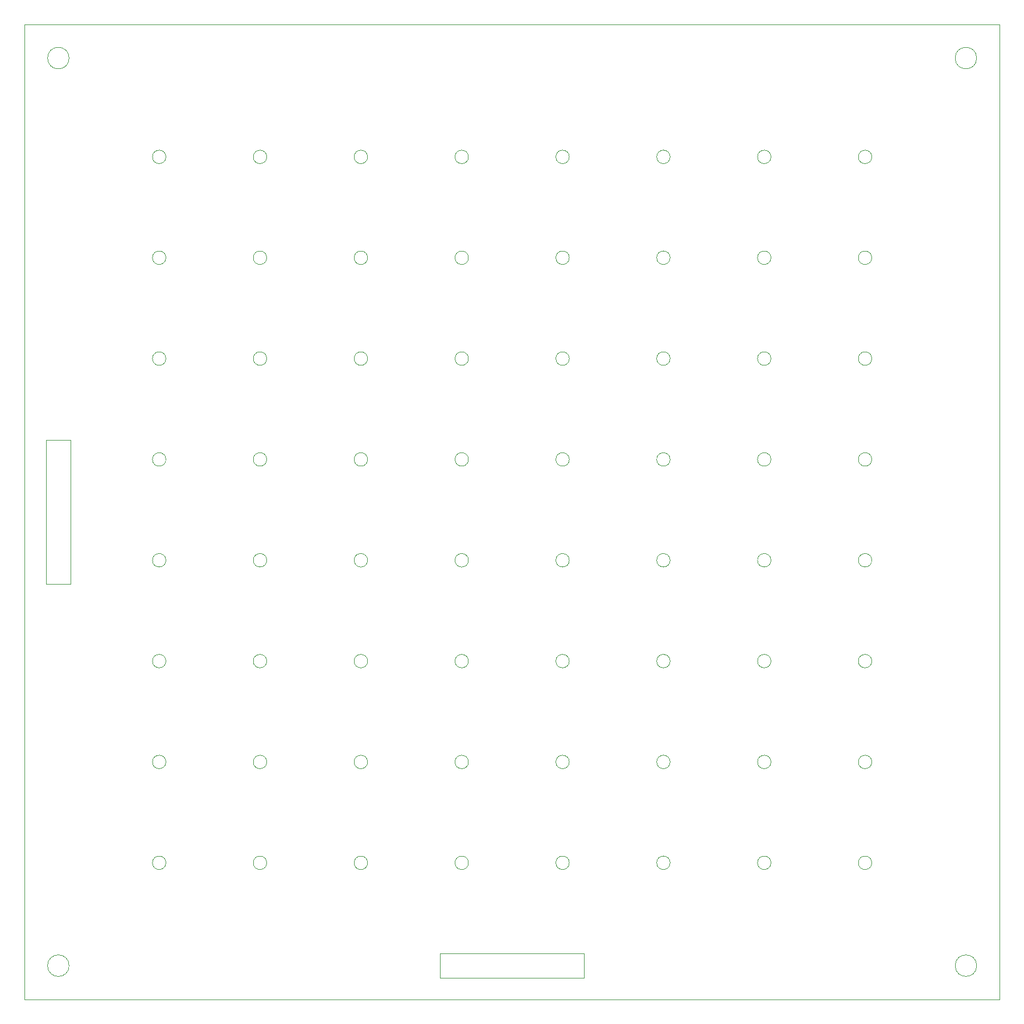
<source format=gm1>
G04 #@! TF.GenerationSoftware,KiCad,Pcbnew,(5.1.5)-3*
G04 #@! TF.CreationDate,2021-01-07T19:15:07+01:00*
G04 #@! TF.ProjectId,haptic display 8x8 aisler,68617074-6963-4206-9469-73706c617920,rev?*
G04 #@! TF.SameCoordinates,Original*
G04 #@! TF.FileFunction,Profile,NP*
%FSLAX46Y46*%
G04 Gerber Fmt 4.6, Leading zero omitted, Abs format (unit mm)*
G04 Created by KiCad (PCBNEW (5.1.5)-3) date 2021-01-07 19:15:07*
%MOMM*%
%LPD*%
G04 APERTURE LIST*
%ADD10C,0.100000*%
G04 APERTURE END LIST*
D10*
X156000000Y-154700000D02*
G75*
G03X156000000Y-154700000I-1000000J0D01*
G01*
X141000000Y-154700000D02*
G75*
G03X141000000Y-154700000I-1000000J0D01*
G01*
X126000000Y-154700000D02*
G75*
G03X126000000Y-154700000I-1000000J0D01*
G01*
X111000000Y-154700000D02*
G75*
G03X111000000Y-154700000I-1000000J0D01*
G01*
X96000000Y-154700000D02*
G75*
G03X96000000Y-154700000I-1000000J0D01*
G01*
X81000000Y-154700000D02*
G75*
G03X81000000Y-154700000I-1000000J0D01*
G01*
X66000000Y-154700000D02*
G75*
G03X66000000Y-154700000I-1000000J0D01*
G01*
X51000000Y-154700000D02*
G75*
G03X51000000Y-154700000I-1000000J0D01*
G01*
X156000000Y-139700000D02*
G75*
G03X156000000Y-139700000I-1000000J0D01*
G01*
X141000000Y-139700000D02*
G75*
G03X141000000Y-139700000I-1000000J0D01*
G01*
X126000000Y-139700000D02*
G75*
G03X126000000Y-139700000I-1000000J0D01*
G01*
X111000000Y-139700000D02*
G75*
G03X111000000Y-139700000I-1000000J0D01*
G01*
X96000000Y-139700000D02*
G75*
G03X96000000Y-139700000I-1000000J0D01*
G01*
X81000000Y-139700000D02*
G75*
G03X81000000Y-139700000I-1000000J0D01*
G01*
X66000000Y-139700000D02*
G75*
G03X66000000Y-139700000I-1000000J0D01*
G01*
X51000000Y-139700000D02*
G75*
G03X51000000Y-139700000I-1000000J0D01*
G01*
X156000000Y-124700000D02*
G75*
G03X156000000Y-124700000I-1000000J0D01*
G01*
X141000000Y-124700000D02*
G75*
G03X141000000Y-124700000I-1000000J0D01*
G01*
X126000000Y-124700000D02*
G75*
G03X126000000Y-124700000I-1000000J0D01*
G01*
X111000000Y-124700000D02*
G75*
G03X111000000Y-124700000I-1000000J0D01*
G01*
X96000000Y-124700000D02*
G75*
G03X96000000Y-124700000I-1000000J0D01*
G01*
X81000000Y-124700000D02*
G75*
G03X81000000Y-124700000I-1000000J0D01*
G01*
X66000000Y-124700000D02*
G75*
G03X66000000Y-124700000I-1000000J0D01*
G01*
X51000000Y-124700000D02*
G75*
G03X51000000Y-124700000I-1000000J0D01*
G01*
X156000000Y-109700000D02*
G75*
G03X156000000Y-109700000I-1000000J0D01*
G01*
X141000000Y-109700000D02*
G75*
G03X141000000Y-109700000I-1000000J0D01*
G01*
X126000000Y-109700000D02*
G75*
G03X126000000Y-109700000I-1000000J0D01*
G01*
X111000000Y-109700000D02*
G75*
G03X111000000Y-109700000I-1000000J0D01*
G01*
X96000000Y-109700000D02*
G75*
G03X96000000Y-109700000I-1000000J0D01*
G01*
X81000000Y-109700000D02*
G75*
G03X81000000Y-109700000I-1000000J0D01*
G01*
X66000000Y-109700000D02*
G75*
G03X66000000Y-109700000I-1000000J0D01*
G01*
X51000000Y-109700000D02*
G75*
G03X51000000Y-109700000I-1000000J0D01*
G01*
X156000000Y-94700000D02*
G75*
G03X156000000Y-94700000I-1000000J0D01*
G01*
X141000000Y-94700000D02*
G75*
G03X141000000Y-94700000I-1000000J0D01*
G01*
X126000000Y-94700000D02*
G75*
G03X126000000Y-94700000I-1000000J0D01*
G01*
X111000000Y-94700000D02*
G75*
G03X111000000Y-94700000I-1000000J0D01*
G01*
X96000000Y-94700000D02*
G75*
G03X96000000Y-94700000I-1000000J0D01*
G01*
X81000000Y-94700000D02*
G75*
G03X81000000Y-94700000I-1000000J0D01*
G01*
X66000000Y-94700000D02*
G75*
G03X66000000Y-94700000I-1000000J0D01*
G01*
X51000000Y-94700000D02*
G75*
G03X51000000Y-94700000I-1000000J0D01*
G01*
X156000000Y-79700000D02*
G75*
G03X156000000Y-79700000I-1000000J0D01*
G01*
X141000000Y-79700000D02*
G75*
G03X141000000Y-79700000I-1000000J0D01*
G01*
X126000000Y-79700000D02*
G75*
G03X126000000Y-79700000I-1000000J0D01*
G01*
X111000000Y-79700000D02*
G75*
G03X111000000Y-79700000I-1000000J0D01*
G01*
X96000000Y-79700000D02*
G75*
G03X96000000Y-79700000I-1000000J0D01*
G01*
X81000000Y-79700000D02*
G75*
G03X81000000Y-79700000I-1000000J0D01*
G01*
X66000000Y-79700000D02*
G75*
G03X66000000Y-79700000I-1000000J0D01*
G01*
X51000000Y-79700000D02*
G75*
G03X51000000Y-79700000I-1000000J0D01*
G01*
X156000000Y-64700000D02*
G75*
G03X156000000Y-64700000I-1000000J0D01*
G01*
X141000000Y-64700000D02*
G75*
G03X141000000Y-64700000I-1000000J0D01*
G01*
X126000000Y-64700000D02*
G75*
G03X126000000Y-64700000I-1000000J0D01*
G01*
X111000000Y-64700000D02*
G75*
G03X111000000Y-64700000I-1000000J0D01*
G01*
X96000000Y-64700000D02*
G75*
G03X96000000Y-64700000I-1000000J0D01*
G01*
X81000000Y-64700000D02*
G75*
G03X81000000Y-64700000I-1000000J0D01*
G01*
X66000000Y-64700000D02*
G75*
G03X66000000Y-64700000I-1000000J0D01*
G01*
X51000000Y-64700000D02*
G75*
G03X51000000Y-64700000I-1000000J0D01*
G01*
X156000000Y-49700000D02*
G75*
G03X156000000Y-49700000I-1000000J0D01*
G01*
X141000000Y-49700000D02*
G75*
G03X141000000Y-49700000I-1000000J0D01*
G01*
X126000000Y-49700000D02*
G75*
G03X126000000Y-49700000I-1000000J0D01*
G01*
X111000000Y-49700000D02*
G75*
G03X111000000Y-49700000I-1000000J0D01*
G01*
X96000000Y-49700000D02*
G75*
G03X96000000Y-49700000I-1000000J0D01*
G01*
X81000000Y-49700000D02*
G75*
G03X81000000Y-49700000I-1000000J0D01*
G01*
X66000000Y-49700000D02*
G75*
G03X66000000Y-49700000I-1000000J0D01*
G01*
X51000000Y-49700000D02*
G75*
G03X51000000Y-49700000I-1000000J0D01*
G01*
X36800000Y-91800000D02*
X36800000Y-113200000D01*
X36800000Y-113200000D02*
X33200000Y-113200000D01*
X33200000Y-113200000D02*
X33200000Y-91800000D01*
X33200000Y-91800000D02*
X36800000Y-91800000D01*
X113200000Y-168200000D02*
X113200000Y-171800000D01*
X91800000Y-168200000D02*
X113200000Y-168200000D01*
X91800000Y-171800000D02*
X91800000Y-168200000D01*
X113200000Y-171800000D02*
X91800000Y-171800000D01*
X171600000Y-170000000D02*
G75*
G03X171600000Y-170000000I-1600000J0D01*
G01*
X36600000Y-170000000D02*
G75*
G03X36600000Y-170000000I-1600000J0D01*
G01*
X171600000Y-35000000D02*
G75*
G03X171600000Y-35000000I-1600000J0D01*
G01*
X36600000Y-35000000D02*
G75*
G03X36600000Y-35000000I-1600000J0D01*
G01*
X175000000Y-30000000D02*
X175000000Y-175000000D01*
X30000000Y-30000000D02*
X175000000Y-30000000D01*
X30000000Y-175000000D02*
X30000000Y-30000000D01*
X175000000Y-175000000D02*
X30000000Y-175000000D01*
M02*

</source>
